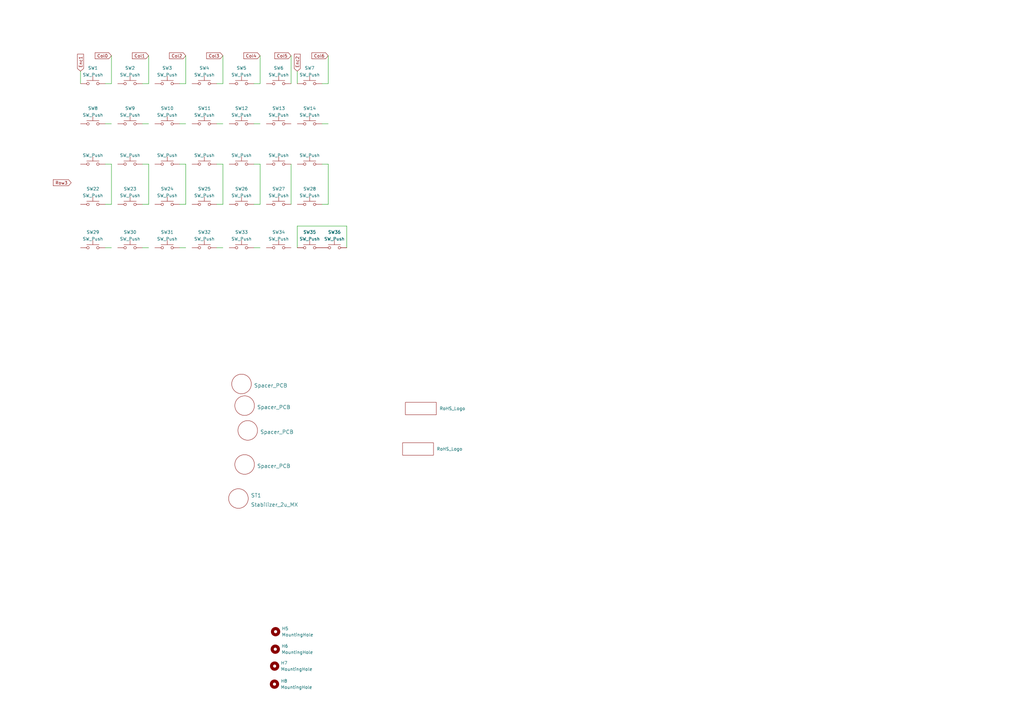
<source format=kicad_sch>
(kicad_sch (version 20250114) (generator "eeschema") (generator_version "9.0")
  (paper "A3")
  (title_block (title "RefleXion X65 - Blank") (date "2025-06-16") (rev "v1.10") (company "Tweety's Wild Thinking") (comment 1 "Design: Markus Knutsson <markus.knutsson@tweety.se>") (comment 2 "Concept: Pedro Quaresma <pq@live.ie>") (comment 3 "https://github.com/TweetyDaBird") (comment 4 "Licensed under Creative Commons BY-SA 4.0 International"))
  (lib_symbols
    (symbol "Keyboard Switches:SW_MX_HotSwap_Reversible" (pin_numbers (hide yes)) (pin_names (offset 1.016) (hide yes))
      (property "Reference" "SW" (at 1.27 2.54 0))
      (property "Value" "SW_MX_HotSwap_Reversible" (at 0 -1.524 0))
      (symbol "SW_MX_HotSwap_Reversible_0_1"
        (circle (center -2.032 0) (radius 0.508))
        (polyline (pts (xy 0 1.27) (xy 0 3.048)))
        (circle (center 2.032 0) (radius 0.508))
        (polyline (pts (xy 2.54 1.27) (xy -2.54 1.27)))
        (pin passive line (at -5.08 0 0) (length 2.54) (name "1") (number "1"))
        (pin passive line (at 5.08 0 180) (length 2.54) (name "2") (number "2"))
      )
    )
    (symbol "Keyboard Switches:Stabilizer_2u_MX" (pin_names (offset 1.016))
      (property "Reference" "ST1" (at 0 -1.27 0))
      (property "Value" "Stabilizer_2u_MX" (at 0 1.27 0))
      (symbol "Stabilizer_2u_MX_0_1"
        (circle (center 0 0) (radius 4.0132))
      )
    )
    (symbol "Keyboard_Plate:Spacer_PCB" (pin_names (offset 1.016))
      (property "Value" "Spacer_PCB" (at 0 1.27 0))
      (symbol "Spacer_PCB_0_1"
        (circle (center 0 0) (radius 4.0132))
      )
    )
    (symbol "Logotypes:QMK_Logo" (pin_numbers (hide yes)) (pin_names (offset 0) (hide yes)) (exclude_from_sim yes) (in_bom no)
      (property "Value" "RoHS_Logo" (at 0.254 5.334 0))
      (symbol "QMK_Logo_0_1"
        (rectangle (start -6.35 3.81) (end 6.35 -1.27))
      )
    )
    (symbol "Mechanical:MountingHole" (pin_names (offset 1.016)) (exclude_from_sim yes) (in_bom no)
      (property "Reference" "H" (at 0 5.08 0))
      (property "Value" "MountingHole" (at 0 3.175 0))
      (symbol "MountingHole_0_1"
        (circle (center 0 0) (radius 1.27) (stroke (width 1.27)))
      )
    )
  )
  (wire (pts (xy 121.92 92.71) (xy 142.24 92.71)))
  (wire (pts (xy 132.08 34.29) (xy 134.62 34.29)))
  (wire (pts (xy 33.02 29.21) (xy 33.02 34.29)))
  (wire (pts (xy 45.72 22.86) (xy 45.72 34.29)))
  (wire (pts (xy 142.24 92.71) (xy 142.24 101.6)))
  (wire (pts (xy 76.2 67.31) (xy 76.2 83.82)))
  (wire (pts (xy 73.66 83.82) (xy 76.2 83.82)))
  (wire (pts (xy 73.66 34.29) (xy 76.2 34.29)))
  (wire (pts (xy 134.62 67.31) (xy 134.62 83.82)))
  (wire (pts (xy 58.42 83.82) (xy 60.96 83.82)))
  (wire (pts (xy 43.18 101.6) (xy 45.72 101.6)))
  (wire (pts (xy 58.42 50.8) (xy 60.96 50.8)))
  (wire (pts (xy 88.9 83.82) (xy 91.44 83.82)))
  (wire (pts (xy 106.68 22.86) (xy 106.68 34.29)))
  (wire (pts (xy 88.9 67.31) (xy 91.44 67.31)))
  (wire (pts (xy 43.18 83.82) (xy 45.72 83.82)))
  (wire (pts (xy 132.08 50.8) (xy 134.62 50.8)))
  (wire (pts (xy 119.38 22.86) (xy 119.38 34.29)))
  (wire (pts (xy 73.66 67.31) (xy 76.2 67.31)))
  (wire (pts (xy 119.38 67.31) (xy 119.38 83.82)))
  (wire (pts (xy 76.2 22.86) (xy 76.2 34.29)))
  (wire (pts (xy 73.66 50.8) (xy 76.2 50.8)))
  (wire (pts (xy 104.14 50.8) (xy 106.68 50.8)))
  (wire (pts (xy 88.9 50.8) (xy 91.44 50.8)))
  (wire (pts (xy 58.42 67.31) (xy 60.96 67.31)))
  (wire (pts (xy 88.9 34.29) (xy 91.44 34.29)))
  (wire (pts (xy 91.44 67.31) (xy 91.44 83.82)))
  (wire (pts (xy 104.14 83.82) (xy 106.68 83.82)))
  (wire (pts (xy 45.72 67.31) (xy 45.72 83.82)))
  (wire (pts (xy 132.08 67.31) (xy 134.62 67.31)))
  (wire (pts (xy 104.14 101.6) (xy 106.68 101.6)))
  (wire (pts (xy 104.14 67.31) (xy 106.68 67.31)))
  (wire (pts (xy 60.96 22.86) (xy 60.96 34.29)))
  (wire (pts (xy 76.2 101.6) (xy 73.66 101.6)))
  (wire (pts (xy 106.68 67.31) (xy 106.68 83.82)))
  (wire (pts (xy 60.96 67.31) (xy 60.96 83.82)))
  (wire (pts (xy 104.14 34.29) (xy 106.68 34.29)))
  (wire (pts (xy 43.18 67.31) (xy 45.72 67.31)))
  (wire (pts (xy 43.18 50.8) (xy 45.72 50.8)))
  (wire (pts (xy 132.08 83.82) (xy 134.62 83.82)))
  (wire (pts (xy 91.44 22.86) (xy 91.44 34.29)))
  (wire (pts (xy 58.42 101.6) (xy 60.96 101.6)))
  (wire (pts (xy 91.44 101.6) (xy 88.9 101.6)))
  (wire (pts (xy 121.92 29.21) (xy 121.92 34.29)))
  (wire (pts (xy 134.62 22.86) (xy 134.62 34.29)))
  (wire (pts (xy 121.92 101.6) (xy 121.92 92.71)))
  (wire (pts (xy 58.42 34.29) (xy 60.96 34.29)))
  (wire (pts (xy 43.18 34.29) (xy 45.72 34.29)))
  (global_label "Col4" (shape input) (at 106.68 22.86 180) (property "Intersheetrefs" "${INTERSHEET_REFS}" (effects (hide yes))))
  (global_label "Enc2" (shape input) (at 121.92 29.21 90) (property "Intersheetrefs" "${INTERSHEET_REFS}" (effects (hide yes))))
  (global_label "Enc1" (shape input) (at 33.02 29.21 90) (property "Intersheetrefs" "${INTERSHEET_REFS}" (effects (hide yes))))
  (global_label "Col3" (shape input) (at 91.44 22.86 180) (property "Intersheetrefs" "${INTERSHEET_REFS}" (effects (hide yes))))
  (global_label "Col6" (shape input) (at 134.62 22.86 180) (property "Intersheetrefs" "${INTERSHEET_REFS}" (effects (hide yes))))
  (global_label "Col2" (shape input) (at 76.2 22.86 180) (property "Intersheetrefs" "${INTERSHEET_REFS}" (effects (hide yes))))
  (global_label "Col5" (shape input) (at 119.38 22.86 180) (property "Intersheetrefs" "${INTERSHEET_REFS}" (effects (hide yes))))
  (global_label "Col0" (shape input) (at 45.72 22.86 180) (property "Intersheetrefs" "${INTERSHEET_REFS}" (effects (hide yes))))
  (global_label "Row3" (shape input) (at 29.21 74.93 180) (property "Intersheetrefs" "${INTERSHEET_REFS}" (effects (hide yes))))
  (global_label "Col1" (shape input) (at 60.96 22.86 180) (property "Intersheetrefs" "${INTERSHEET_REFS}" (effects (hide yes))))
  (symbol (lib_id "Keyboard Switches:SW_MX_HotSwap_Reversible") (at 83.82 83.82 0) (unit 1)
    (property "Reference" "SW25" (at 83.82 77.4405 0))
    (property "Value" "SW_Push" (at 83.82 80.2156 0))
    (property "Footprint" "Keyboard_Plate:SW_MX_Plate_Placeholder_nodrill_NOBORDER_13,9" (effects (hide yes)))
  )
  (symbol (lib_id "Keyboard Switches:SW_MX_HotSwap_Reversible") (at 53.34 67.31 0) (unit 1)
    (property "Reference" "SW16" (effects (hide yes)))
    (property "Value" "SW_Push" (at 53.34 63.7056 0))
    (property "Footprint" "Keyboard_Plate:SW_MX_Plate_Placeholder_nodrill_NOBORDER_13,9" (effects (hide yes)))
  )
  (symbol (lib_id "Keyboard Switches:Stabilizer_2u_MX") (at 97.79 204.47 0) (unit 1)
    (property "Reference" "ST1" (at 102.87 203.2 0) (effects (font (size 1.524 1.524)) (justify left)))
    (property "Value" "Stabilizer_2u_MX" (at 102.87 207.01 0) (effects (font (size 1.524 1.524)) (justify left)))
    (property "Footprint" "Keyboard_Plate:Stabilizer_Cherry_MX_2.00u_PLate_1_2" (effects (hide yes)))
  )
  (symbol (lib_id "Keyboard Switches:SW_MX_HotSwap_Reversible") (at 68.58 83.82 0) (unit 1)
    (property "Reference" "SW24" (at 68.58 77.4405 0))
    (property "Value" "SW_Push" (at 68.58 80.2156 0))
    (property "Footprint" "Keyboard_Plate:SW_MX_Plate_Placeholder_nodrill_NOBORDER_13,9" (effects (hide yes)))
  )
  (symbol (lib_id "Keyboard Switches:SW_MX_HotSwap_Reversible") (at 127 83.82 0) (unit 1)
    (property "Reference" "SW28" (at 127 77.4405 0))
    (property "Value" "SW_Push" (at 127 80.2156 0))
    (property "Footprint" "Keyboard_Plate:SW_MX_Plate_Placeholder_nodrill_NOBORDER_13,9" (effects (hide yes)))
  )
  (symbol (lib_id "Keyboard Switches:SW_MX_HotSwap_Reversible") (at 114.3 67.31 0) (unit 1)
    (property "Reference" "SW20" (effects (hide yes)))
    (property "Value" "SW_Push" (at 114.3 63.7056 0))
    (property "Footprint" "Keyboard_Plate:SW_MX_Plate_Placeholder_nodrill_NOBORDER_13,9" (effects (hide yes)))
  )
  (symbol (lib_id "Mechanical:MountingHole") (at 112.9125 266.2636 0) (unit 1) (exclude_from_sim yes) (in_bom no)
    (property "Reference" "H6" (at 115.4525 264.9935 0) (effects (justify left)))
    (property "Value" "MountingHole" (at 115.4525 267.5335 0) (effects (justify left)))
    (property "Footprint" "MountingHole:MountingHole_3.2mm_M3" (effects (hide yes)))
    (property "Description" "Mounting Hole without connection" (effects (hide yes)))
  )
  (symbol (lib_id "Keyboard Switches:SW_MX_HotSwap_Reversible") (at 38.1 50.8 0) (mirror y) (unit 1)
    (property "Reference" "SW8" (at 38.1 44.4205 0))
    (property "Value" "SW_Push" (at 38.1 47.1956 0))
    (property "Footprint" "Keyboard_Plate:SW_MX_Plate_Placeholder_nodrill_NOBORDER_13,9" (effects (hide yes)))
  )
  (symbol (lib_id "Keyboard Switches:SW_MX_HotSwap_Reversible") (at 38.1 67.31 0) (mirror y) (unit 1)
    (property "Reference" "SW15" (effects (hide yes)))
    (property "Value" "SW_Push" (at 38.1 63.7056 0))
    (property "Footprint" "Keyboard_Plate:SW_MX_Plate_Placeholder_nodrill_NOBORDER_13,9" (effects (hide yes)))
  )
  (symbol (lib_id "Keyboard Switches:SW_MX_HotSwap_Reversible") (at 53.34 34.29 0) (unit 1)
    (property "Reference" "SW2" (at 53.34 27.9105 0))
    (property "Value" "SW_Push" (at 53.34 30.6856 0))
    (property "Footprint" "Keyboard_Plate:SW_MX_Plate_Placeholder_nodrill_NOBORDER_13,9" (effects (hide yes)))
  )
  (symbol (lib_id "Keyboard Switches:SW_MX_HotSwap_Reversible") (at 83.82 50.8 0) (unit 1)
    (property "Reference" "SW11" (at 83.82 44.4205 0))
    (property "Value" "SW_Push" (at 83.82 47.1956 0))
    (property "Footprint" "Keyboard_Plate:SW_MX_Plate_Placeholder_nodrill_NOBORDER_13,9" (effects (hide yes)))
  )
  (symbol (lib_id "Keyboard_Plate:Spacer_PCB") (at 100.33 190.5 0) (unit 1)
    (property "Reference" "H1" (effects (hide yes)))
    (property "Value" "Spacer_PCB" (at 105.41 191.135 0) (effects (font (size 1.524 1.524)) (justify left)))
    (property "Footprint" "Keyboard_Plate:Spacer Plate hole" (effects (hide yes)))
  )
  (symbol (lib_id "Mechanical:MountingHole") (at 112.5759 280.6026 0) (unit 1) (exclude_from_sim yes) (in_bom no)
    (property "Reference" "H8" (at 115.1159 279.3325 0) (effects (justify left)))
    (property "Value" "MountingHole" (at 115.1159 281.8725 0) (effects (justify left)))
    (property "Footprint" "MountingHole:MountingHole_3.2mm_M3" (effects (hide yes)))
    (property "Description" "Mounting Hole without connection" (effects (hide yes)))
  )
  (symbol (lib_id "Keyboard Switches:SW_MX_HotSwap_Reversible") (at 68.58 101.6 0) (unit 1)
    (property "Reference" "SW31" (at 68.58 95.2205 0))
    (property "Value" "SW_Push" (at 68.58 97.9956 0))
    (property "Footprint" "Keyboard_Plate:SW_MX_Plate_Placeholder_nodrill_NOBORDER_13,9" (effects (hide yes)))
  )
  (symbol (lib_id "Keyboard_Plate:Spacer_PCB") (at 99.06 157.48 0) (unit 1)
    (property "Reference" "H2" (effects (hide yes)))
    (property "Value" "Spacer_PCB" (at 104.14 158.115 0) (effects (font (size 1.524 1.524)) (justify left)))
    (property "Footprint" "Keyboard_Plate:Spacer Plate hole" (effects (hide yes)))
  )
  (symbol (lib_id "Keyboard Switches:SW_MX_HotSwap_Reversible") (at 53.34 101.6 0) (unit 1)
    (property "Reference" "SW30" (at 53.34 95.2205 0))
    (property "Value" "SW_Push" (at 53.34 97.9956 0))
    (property "Footprint" "Keyboard_Plate:SW_MX_Plate_Placeholder_nodrill_NOBORDER_13,9" (effects (hide yes)))
  )
  (symbol (lib_id "Keyboard Switches:SW_MX_HotSwap_Reversible") (at 99.06 50.8 0) (unit 1)
    (property "Reference" "SW12" (at 99.06 44.4205 0))
    (property "Value" "SW_Push" (at 99.06 47.1956 0))
    (property "Footprint" "Keyboard_Plate:SW_MX_Plate_Placeholder_nodrill_NOBORDER_13,9" (effects (hide yes)))
  )
  (symbol (lib_id "Keyboard Switches:SW_MX_HotSwap_Reversible") (at 83.82 101.6 0) (unit 1)
    (property "Reference" "SW32" (at 83.82 95.2205 0))
    (property "Value" "SW_Push" (at 83.82 97.9956 0))
    (property "Footprint" "Keyboard_Plate:SW_MX_Plate_Placeholder_nodrill_NOBORDER_13,9" (effects (hide yes)))
  )
  (symbol (lib_id "Mechanical:MountingHole") (at 112.6432 273.1975 0) (unit 1) (exclude_from_sim yes) (in_bom no)
    (property "Reference" "H7" (at 115.1832 271.9274 0) (effects (justify left)))
    (property "Value" "MountingHole" (at 115.1832 274.4674 0) (effects (justify left)))
    (property "Footprint" "MountingHole:MountingHole_3.2mm_M3" (effects (hide yes)))
    (property "Description" "Mounting Hole without connection" (effects (hide yes)))
  )
  (symbol (lib_id "Keyboard Switches:SW_MX_HotSwap_Reversible") (at 68.58 50.8 0) (unit 1)
    (property "Reference" "SW10" (at 68.58 44.4205 0))
    (property "Value" "SW_Push" (at 68.58 47.1956 0))
    (property "Footprint" "Keyboard_Plate:SW_MX_Plate_Placeholder_nodrill_NOBORDER_13,9" (effects (hide yes)))
  )
  (symbol (lib_id "Keyboard_Plate:Spacer_PCB") (at 100.33 166.37 0) (unit 1)
    (property "Reference" "H3" (effects (hide yes)))
    (property "Value" "Spacer_PCB" (at 105.41 167.005 0) (effects (font (size 1.524 1.524)) (justify left)))
    (property "Footprint" "Keyboard_Plate:Spacer Plate hole" (effects (hide yes)))
  )
  (symbol (lib_id "Keyboard Switches:SW_MX_HotSwap_Reversible") (at 114.3 83.82 0) (unit 1)
    (property "Reference" "SW27" (at 114.3 77.4405 0))
    (property "Value" "SW_Push" (at 114.3 80.2156 0))
    (property "Footprint" "Keyboard_Plate:SW_MX_Plate_Placeholder_nodrill_NOBORDER_13,9" (effects (hide yes)))
  )
  (symbol (lib_id "Keyboard Switches:SW_MX_HotSwap_Reversible") (at 83.82 34.29 0) (unit 1)
    (property "Reference" "SW4" (at 83.82 27.9105 0))
    (property "Value" "SW_Push" (at 83.82 30.6856 0))
    (property "Footprint" "Keyboard_Plate:SW_MX_Plate_Placeholder_nodrill_NOBORDER_13,9" (effects (hide yes)))
  )
  (symbol (lib_id "Keyboard Switches:SW_MX_HotSwap_Reversible") (at 99.06 67.31 0) (unit 1)
    (property "Reference" "SW19" (effects (hide yes)))
    (property "Value" "SW_Push" (at 99.06 63.7056 0))
    (property "Footprint" "Keyboard_Plate:SW_MX_Plate_Placeholder_nodrill_NOBORDER_13,9" (effects (hide yes)))
  )
  (symbol (lib_id "Keyboard Switches:SW_MX_HotSwap_Reversible") (at 127 34.29 0) (unit 1)
    (property "Reference" "SW7" (at 127 27.9105 0))
    (property "Value" "SW_Push" (at 127 30.6856 0))
    (property "Footprint" "Keyboard_Plate:SW_MX_Plate_Placeholder_nodrill_NOBORDER_13,9" (effects (hide yes)))
  )
  (symbol (lib_id "Keyboard Switches:SW_MX_HotSwap_Reversible") (at 114.3 50.8 0) (unit 1)
    (property "Reference" "SW13" (at 114.3 44.4205 0))
    (property "Value" "SW_Push" (at 114.3 47.1956 0))
    (property "Footprint" "Keyboard_Plate:SW_MX_Plate_Placeholder_nodrill_NOBORDER_13,9" (effects (hide yes)))
  )
  (symbol (lib_id "Keyboard Switches:SW_MX_HotSwap_Reversible") (at 53.34 83.82 0) (unit 1)
    (property "Reference" "SW23" (at 53.34 77.4405 0))
    (property "Value" "SW_Push" (at 53.34 80.2156 0))
    (property "Footprint" "Keyboard_Plate:SW_MX_Plate_Placeholder_nodrill_NOBORDER_13,9" (effects (hide yes)))
  )
  (symbol (lib_id "Keyboard Switches:SW_MX_HotSwap_Reversible") (at 53.34 50.8 0) (unit 1)
    (property "Reference" "SW9" (at 53.34 44.4205 0))
    (property "Value" "SW_Push" (at 53.34 47.1956 0))
    (property "Footprint" "Keyboard_Plate:SW_MX_Plate_Placeholder_nodrill_NOBORDER_13,9" (effects (hide yes)))
  )
  (symbol (lib_id "Keyboard Switches:SW_MX_HotSwap_Reversible") (at 137.16 101.6 0) (unit 1)
    (property "Reference" "SW36" (at 137.16 95.2205 0))
    (property "Value" "SW_Push" (at 137.16 97.9956 0))
    (property "Footprint" "Keyboard_Plate:SW_MX_Plate_Placeholder_nodrill_NOBORDER_13,9" (effects (hide yes)))
  )
  (symbol (lib_id "Keyboard Switches:SW_MX_HotSwap_Reversible") (at 83.82 67.31 0) (unit 1)
    (property "Reference" "SW18" (effects (hide yes)))
    (property "Value" "SW_Push" (at 83.82 63.7056 0))
    (property "Footprint" "Keyboard_Plate:SW_MX_Plate_Placeholder_nodrill_NOBORDER_13,9" (effects (hide yes)))
  )
  (symbol (lib_id "Keyboard Switches:SW_MX_HotSwap_Reversible") (at 99.06 101.6 0) (unit 1)
    (property "Reference" "SW33" (at 99.06 95.2205 0))
    (property "Value" "SW_Push" (at 99.06 97.9956 0))
    (property "Footprint" "Keyboard_Plate:SW_MX_Plate_Placeholder_nodrill_NOBORDER_13,9" (effects (hide yes)))
  )
  (symbol (lib_id "Mechanical:MountingHole") (at 113.03 259.08 0) (unit 1) (exclude_from_sim yes) (in_bom no)
    (property "Reference" "H5" (at 115.57 257.8099 0) (effects (justify left)))
    (property "Value" "MountingHole" (at 115.57 260.3499 0) (effects (justify left)))
    (property "Footprint" "MountingHole:MountingHole_3.2mm_M3" (effects (hide yes)))
    (property "Description" "Mounting Hole without connection" (effects (hide yes)))
  )
  (symbol (lib_id "Keyboard_Plate:Spacer_PCB") (at 101.6 176.53 0) (unit 1)
    (property "Reference" "H4" (effects (hide yes)))
    (property "Value" "Spacer_PCB" (at 106.68 177.165 0) (effects (font (size 1.524 1.524)) (justify left)))
    (property "Footprint" "Keyboard_Plate:Spacer Plate hole" (effects (hide yes)))
  )
  (symbol (lib_id "Keyboard Switches:SW_MX_HotSwap_Reversible") (at 38.1 101.6 0) (mirror y) (unit 1)
    (property "Reference" "SW29" (at 38.1 95.2205 0))
    (property "Value" "SW_Push" (at 38.1 97.9956 0))
    (property "Footprint" "Keyboard_Plate:SW_MX_Plate_Placeholder_nodrill_NOBORDER_13,9" (effects (hide yes)))
  )
  (symbol (lib_id "Keyboard Switches:SW_MX_HotSwap_Reversible") (at 68.58 67.31 0) (unit 1)
    (property "Reference" "SW17" (effects (hide yes)))
    (property "Value" "SW_Push" (at 68.58 63.7056 0))
    (property "Footprint" "Keyboard_Plate:SW_MX_Plate_Placeholder_nodrill_NOBORDER_13,9" (effects (hide yes)))
  )
  (symbol (lib_id "Keyboard Switches:SW_MX_HotSwap_Reversible") (at 99.06 34.29 0) (unit 1)
    (property "Reference" "SW5" (at 99.06 27.9105 0))
    (property "Value" "SW_Push" (at 99.06 30.6856 0))
    (property "Footprint" "Keyboard_Plate:SW_MX_Plate_Placeholder_nodrill_NOBORDER_13,9" (effects (hide yes)))
  )
  (symbol (lib_id "Logotypes:QMK_Logo") (at 171.45 185.42 0) (unit 1) (exclude_from_sim yes) (in_bom no)
    (property "Reference" "Logo3" (effects (hide yes)))
    (property "Value" "RoHS_Logo" (at 179.07 184.1499 0) (effects (justify left)))
    (property "Footprint" "Logotypes:RefleXion 65_3" (effects (hide yes)))
  )
  (symbol (lib_id "Keyboard Switches:SW_MX_HotSwap_Reversible") (at 68.58 34.29 0) (unit 1)
    (property "Reference" "SW3" (at 68.58 27.9105 0))
    (property "Value" "SW_Push" (at 68.58 30.6856 0))
    (property "Footprint" "Keyboard_Plate:SW_MX_Plate_Placeholder_nodrill_NOBORDER_13,9" (effects (hide yes)))
  )
  (symbol (lib_id "Keyboard Switches:SW_MX_HotSwap_Reversible") (at 38.1 34.29 0) (mirror y) (unit 1)
    (property "Reference" "SW1" (at 38.1 27.9105 0))
    (property "Value" "SW_Push" (at 38.1 30.6856 0))
    (property "Footprint" "Keyboard_Plate:SW_MX_Plate_Placeholder_nodrill_NOBORDER_13,9" (effects (hide yes)))
  )
  (symbol (lib_id "Keyboard Switches:SW_MX_HotSwap_Reversible") (at 114.3 34.29 0) (unit 1)
    (property "Reference" "SW6" (at 114.3 27.9105 0))
    (property "Value" "SW_Push" (at 114.3 30.6856 0))
    (property "Footprint" "Keyboard_Plate:SW_MX_Plate_Placeholder_nodrill_NOBORDER_13,9" (effects (hide yes)))
  )
  (symbol (lib_id "Logotypes:QMK_Logo") (at 172.616 168.8343 0) (unit 1) (exclude_from_sim yes) (in_bom no)
    (property "Reference" "Logo2" (effects (hide yes)))
    (property "Value" "RoHS_Logo" (at 180.236 167.5642 0) (effects (justify left)))
    (property "Footprint" "Logotypes:RefleXion 65_3" (effects (hide yes)))
  )
  (symbol (lib_id "Keyboard Switches:SW_MX_HotSwap_Reversible") (at 127 101.6 0) (unit 1)
    (property "Reference" "SW35" (at 127 95.2205 0))
    (property "Value" "SW_Push" (at 127 97.9956 0))
    (property "Footprint" "Keyboard_Plate:SW_MX_Plate_Placeholder_nodrill_NOBORDER_13,9" (effects (hide yes)))
  )
  (symbol (lib_id "Keyboard Switches:SW_MX_HotSwap_Reversible") (at 114.3 101.6 0) (unit 1)
    (property "Reference" "SW34" (at 114.3 95.2205 0))
    (property "Value" "SW_Push" (at 114.3 97.9956 0))
    (property "Footprint" "Keyboard_Plate:SW_MX_Plate_Placeholder_nodrill_NOBORDER_13,9" (effects (hide yes)))
  )
  (symbol (lib_id "Keyboard Switches:SW_MX_HotSwap_Reversible") (at 127 50.8 0) (unit 1)
    (property "Reference" "SW14" (at 127 44.4205 0))
    (property "Value" "SW_Push" (at 127 47.1956 0))
    (property "Footprint" "Keyboard_Plate:SW_MX_Plate_Placeholder_nodrill_NOBORDER_13,9" (effects (hide yes)))
  )
  (symbol (lib_id "Keyboard Switches:SW_MX_HotSwap_Reversible") (at 99.06 83.82 0) (unit 1)
    (property "Reference" "SW26" (at 99.06 77.4405 0))
    (property "Value" "SW_Push" (at 99.06 80.2156 0))
    (property "Footprint" "Keyboard_Plate:SW_MX_Plate_Placeholder_nodrill_NOBORDER_13,9" (effects (hide yes)))
  )
  (symbol (lib_id "Keyboard Switches:SW_MX_HotSwap_Reversible") (at 38.1 83.82 0) (mirror y) (unit 1)
    (property "Reference" "SW22" (at 38.1 77.4405 0))
    (property "Value" "SW_Push" (at 38.1 80.2156 0))
    (property "Footprint" "Keyboard_Plate:SW_MX_Plate_Placeholder_nodrill_NOBORDER_13,9" (effects (hide yes)))
  )
  (symbol (lib_id "Keyboard Switches:SW_MX_HotSwap_Reversible") (at 127 67.31 0) (unit 1)
    (property "Reference" "SW21" (effects (hide yes)))
    (property "Value" "SW_Push" (at 127 63.7056 0))
    (property "Footprint" "Keyboard_Plate:SW_MX_Plate_Placeholder_nodrill_NOBORDER_13,9" (effects (hide yes)))
  )
)
</source>
